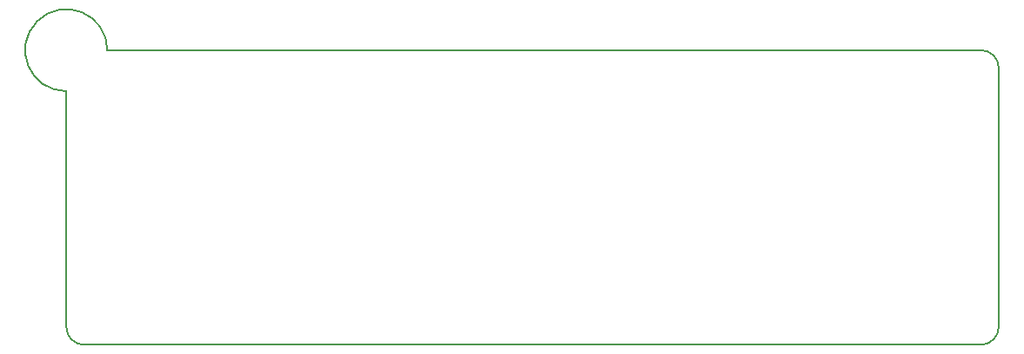
<source format=gbr>
G04 #@! TF.GenerationSoftware,KiCad,Pcbnew,(5.1.10-1-10_14)*
G04 #@! TF.CreationDate,2021-08-20T11:59:55-05:00*
G04 #@! TF.ProjectId,PCB-Keychains,5043422d-4b65-4796-9368-61696e732e6b,rev?*
G04 #@! TF.SameCoordinates,Original*
G04 #@! TF.FileFunction,Profile,NP*
%FSLAX46Y46*%
G04 Gerber Fmt 4.6, Leading zero omitted, Abs format (unit mm)*
G04 Created by KiCad (PCBNEW (5.1.10-1-10_14)) date 2021-08-20 11:59:55*
%MOMM*%
%LPD*%
G01*
G04 APERTURE LIST*
G04 #@! TA.AperFunction,Profile*
%ADD10C,0.150000*%
G04 #@! TD*
G04 APERTURE END LIST*
D10*
X14441250Y-164386250D02*
G75*
G02*
X12691250Y-162636250I0J1750000D01*
G01*
X103441250Y-162636250D02*
G75*
G02*
X101691250Y-164386250I-1750000J0D01*
G01*
X101691250Y-135636250D02*
G75*
G02*
X103441250Y-137386250I0J-1750000D01*
G01*
X12691250Y-139636250D02*
G75*
G02*
X16691250Y-135636250I0J4000000D01*
G01*
X103441250Y-137386250D02*
X103441250Y-162636250D01*
X16691250Y-135636250D02*
X101691250Y-135636250D01*
X12691250Y-162636250D02*
X12691250Y-139636250D01*
X101691250Y-164386250D02*
X14441250Y-164386250D01*
M02*

</source>
